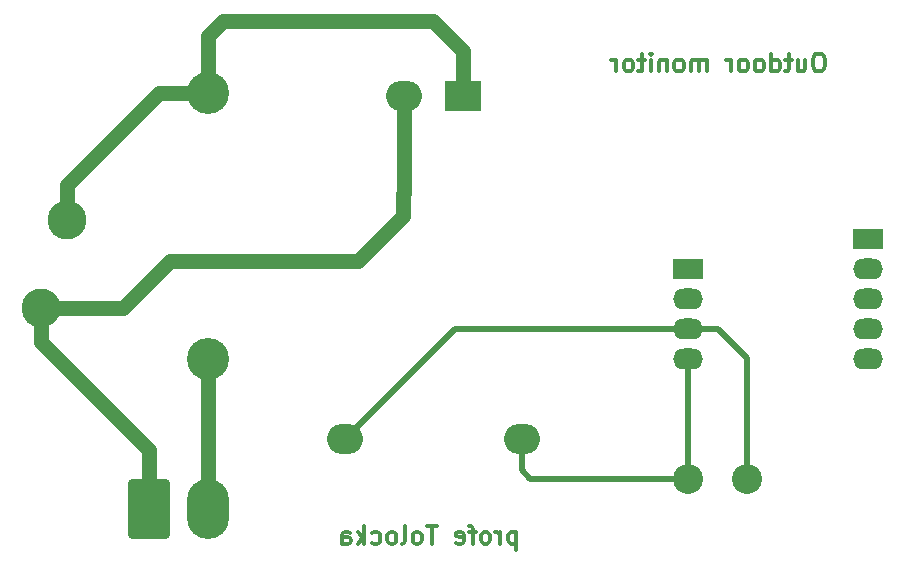
<source format=gbr>
%TF.GenerationSoftware,KiCad,Pcbnew,9.0.1*%
%TF.CreationDate,2025-07-17T11:26:47-03:00*%
%TF.ProjectId,Monitor Atom,4d6f6e69-746f-4722-9041-746f6d2e6b69,rev?*%
%TF.SameCoordinates,Original*%
%TF.FileFunction,Copper,L2,Bot*%
%TF.FilePolarity,Positive*%
%FSLAX46Y46*%
G04 Gerber Fmt 4.6, Leading zero omitted, Abs format (unit mm)*
G04 Created by KiCad (PCBNEW 9.0.1) date 2025-07-17 11:26:47*
%MOMM*%
%LPD*%
G01*
G04 APERTURE LIST*
G04 Aperture macros list*
%AMRoundRect*
0 Rectangle with rounded corners*
0 $1 Rounding radius*
0 $2 $3 $4 $5 $6 $7 $8 $9 X,Y pos of 4 corners*
0 Add a 4 corners polygon primitive as box body*
4,1,4,$2,$3,$4,$5,$6,$7,$8,$9,$2,$3,0*
0 Add four circle primitives for the rounded corners*
1,1,$1+$1,$2,$3*
1,1,$1+$1,$4,$5*
1,1,$1+$1,$6,$7*
1,1,$1+$1,$8,$9*
0 Add four rect primitives between the rounded corners*
20,1,$1+$1,$2,$3,$4,$5,0*
20,1,$1+$1,$4,$5,$6,$7,0*
20,1,$1+$1,$6,$7,$8,$9,0*
20,1,$1+$1,$8,$9,$2,$3,0*%
G04 Aperture macros list end*
%ADD10C,0.300000*%
%TA.AperFunction,NonConductor*%
%ADD11C,0.300000*%
%TD*%
%TA.AperFunction,ComponentPad*%
%ADD12C,3.556000*%
%TD*%
%TA.AperFunction,ComponentPad*%
%ADD13C,3.302000*%
%TD*%
%TA.AperFunction,ComponentPad*%
%ADD14R,2.540000X1.778000*%
%TD*%
%TA.AperFunction,ComponentPad*%
%ADD15O,2.540000X1.778000*%
%TD*%
%TA.AperFunction,ComponentPad*%
%ADD16R,3.048000X2.540000*%
%TD*%
%TA.AperFunction,ComponentPad*%
%ADD17O,3.048000X2.540000*%
%TD*%
%TA.AperFunction,ComponentPad*%
%ADD18RoundRect,0.341924X-1.436076X-2.198076X1.436076X-2.198076X1.436076X2.198076X-1.436076X2.198076X0*%
%TD*%
%TA.AperFunction,ComponentPad*%
%ADD19O,3.556000X5.080000*%
%TD*%
%TA.AperFunction,ComponentPad*%
%ADD20C,2.540000*%
%TD*%
%TA.AperFunction,Conductor*%
%ADD21C,0.508000*%
%TD*%
%TA.AperFunction,Conductor*%
%ADD22C,1.270000*%
%TD*%
G04 APERTURE END LIST*
D10*
D11*
X173784774Y-85930828D02*
X173499060Y-85930828D01*
X173499060Y-85930828D02*
X173356203Y-86002257D01*
X173356203Y-86002257D02*
X173213346Y-86145114D01*
X173213346Y-86145114D02*
X173141917Y-86430828D01*
X173141917Y-86430828D02*
X173141917Y-86930828D01*
X173141917Y-86930828D02*
X173213346Y-87216542D01*
X173213346Y-87216542D02*
X173356203Y-87359400D01*
X173356203Y-87359400D02*
X173499060Y-87430828D01*
X173499060Y-87430828D02*
X173784774Y-87430828D01*
X173784774Y-87430828D02*
X173927632Y-87359400D01*
X173927632Y-87359400D02*
X174070489Y-87216542D01*
X174070489Y-87216542D02*
X174141917Y-86930828D01*
X174141917Y-86930828D02*
X174141917Y-86430828D01*
X174141917Y-86430828D02*
X174070489Y-86145114D01*
X174070489Y-86145114D02*
X173927632Y-86002257D01*
X173927632Y-86002257D02*
X173784774Y-85930828D01*
X171856203Y-86430828D02*
X171856203Y-87430828D01*
X172499060Y-86430828D02*
X172499060Y-87216542D01*
X172499060Y-87216542D02*
X172427631Y-87359400D01*
X172427631Y-87359400D02*
X172284774Y-87430828D01*
X172284774Y-87430828D02*
X172070488Y-87430828D01*
X172070488Y-87430828D02*
X171927631Y-87359400D01*
X171927631Y-87359400D02*
X171856203Y-87287971D01*
X171356202Y-86430828D02*
X170784774Y-86430828D01*
X171141917Y-85930828D02*
X171141917Y-87216542D01*
X171141917Y-87216542D02*
X171070488Y-87359400D01*
X171070488Y-87359400D02*
X170927631Y-87430828D01*
X170927631Y-87430828D02*
X170784774Y-87430828D01*
X169641917Y-87430828D02*
X169641917Y-85930828D01*
X169641917Y-87359400D02*
X169784774Y-87430828D01*
X169784774Y-87430828D02*
X170070488Y-87430828D01*
X170070488Y-87430828D02*
X170213345Y-87359400D01*
X170213345Y-87359400D02*
X170284774Y-87287971D01*
X170284774Y-87287971D02*
X170356202Y-87145114D01*
X170356202Y-87145114D02*
X170356202Y-86716542D01*
X170356202Y-86716542D02*
X170284774Y-86573685D01*
X170284774Y-86573685D02*
X170213345Y-86502257D01*
X170213345Y-86502257D02*
X170070488Y-86430828D01*
X170070488Y-86430828D02*
X169784774Y-86430828D01*
X169784774Y-86430828D02*
X169641917Y-86502257D01*
X168713345Y-87430828D02*
X168856202Y-87359400D01*
X168856202Y-87359400D02*
X168927631Y-87287971D01*
X168927631Y-87287971D02*
X168999059Y-87145114D01*
X168999059Y-87145114D02*
X168999059Y-86716542D01*
X168999059Y-86716542D02*
X168927631Y-86573685D01*
X168927631Y-86573685D02*
X168856202Y-86502257D01*
X168856202Y-86502257D02*
X168713345Y-86430828D01*
X168713345Y-86430828D02*
X168499059Y-86430828D01*
X168499059Y-86430828D02*
X168356202Y-86502257D01*
X168356202Y-86502257D02*
X168284774Y-86573685D01*
X168284774Y-86573685D02*
X168213345Y-86716542D01*
X168213345Y-86716542D02*
X168213345Y-87145114D01*
X168213345Y-87145114D02*
X168284774Y-87287971D01*
X168284774Y-87287971D02*
X168356202Y-87359400D01*
X168356202Y-87359400D02*
X168499059Y-87430828D01*
X168499059Y-87430828D02*
X168713345Y-87430828D01*
X167356202Y-87430828D02*
X167499059Y-87359400D01*
X167499059Y-87359400D02*
X167570488Y-87287971D01*
X167570488Y-87287971D02*
X167641916Y-87145114D01*
X167641916Y-87145114D02*
X167641916Y-86716542D01*
X167641916Y-86716542D02*
X167570488Y-86573685D01*
X167570488Y-86573685D02*
X167499059Y-86502257D01*
X167499059Y-86502257D02*
X167356202Y-86430828D01*
X167356202Y-86430828D02*
X167141916Y-86430828D01*
X167141916Y-86430828D02*
X166999059Y-86502257D01*
X166999059Y-86502257D02*
X166927631Y-86573685D01*
X166927631Y-86573685D02*
X166856202Y-86716542D01*
X166856202Y-86716542D02*
X166856202Y-87145114D01*
X166856202Y-87145114D02*
X166927631Y-87287971D01*
X166927631Y-87287971D02*
X166999059Y-87359400D01*
X166999059Y-87359400D02*
X167141916Y-87430828D01*
X167141916Y-87430828D02*
X167356202Y-87430828D01*
X166213345Y-87430828D02*
X166213345Y-86430828D01*
X166213345Y-86716542D02*
X166141916Y-86573685D01*
X166141916Y-86573685D02*
X166070488Y-86502257D01*
X166070488Y-86502257D02*
X165927630Y-86430828D01*
X165927630Y-86430828D02*
X165784773Y-86430828D01*
X164141917Y-87430828D02*
X164141917Y-86430828D01*
X164141917Y-86573685D02*
X164070488Y-86502257D01*
X164070488Y-86502257D02*
X163927631Y-86430828D01*
X163927631Y-86430828D02*
X163713345Y-86430828D01*
X163713345Y-86430828D02*
X163570488Y-86502257D01*
X163570488Y-86502257D02*
X163499060Y-86645114D01*
X163499060Y-86645114D02*
X163499060Y-87430828D01*
X163499060Y-86645114D02*
X163427631Y-86502257D01*
X163427631Y-86502257D02*
X163284774Y-86430828D01*
X163284774Y-86430828D02*
X163070488Y-86430828D01*
X163070488Y-86430828D02*
X162927631Y-86502257D01*
X162927631Y-86502257D02*
X162856202Y-86645114D01*
X162856202Y-86645114D02*
X162856202Y-87430828D01*
X161927631Y-87430828D02*
X162070488Y-87359400D01*
X162070488Y-87359400D02*
X162141917Y-87287971D01*
X162141917Y-87287971D02*
X162213345Y-87145114D01*
X162213345Y-87145114D02*
X162213345Y-86716542D01*
X162213345Y-86716542D02*
X162141917Y-86573685D01*
X162141917Y-86573685D02*
X162070488Y-86502257D01*
X162070488Y-86502257D02*
X161927631Y-86430828D01*
X161927631Y-86430828D02*
X161713345Y-86430828D01*
X161713345Y-86430828D02*
X161570488Y-86502257D01*
X161570488Y-86502257D02*
X161499060Y-86573685D01*
X161499060Y-86573685D02*
X161427631Y-86716542D01*
X161427631Y-86716542D02*
X161427631Y-87145114D01*
X161427631Y-87145114D02*
X161499060Y-87287971D01*
X161499060Y-87287971D02*
X161570488Y-87359400D01*
X161570488Y-87359400D02*
X161713345Y-87430828D01*
X161713345Y-87430828D02*
X161927631Y-87430828D01*
X160784774Y-86430828D02*
X160784774Y-87430828D01*
X160784774Y-86573685D02*
X160713345Y-86502257D01*
X160713345Y-86502257D02*
X160570488Y-86430828D01*
X160570488Y-86430828D02*
X160356202Y-86430828D01*
X160356202Y-86430828D02*
X160213345Y-86502257D01*
X160213345Y-86502257D02*
X160141917Y-86645114D01*
X160141917Y-86645114D02*
X160141917Y-87430828D01*
X159427631Y-87430828D02*
X159427631Y-86430828D01*
X159427631Y-85930828D02*
X159499059Y-86002257D01*
X159499059Y-86002257D02*
X159427631Y-86073685D01*
X159427631Y-86073685D02*
X159356202Y-86002257D01*
X159356202Y-86002257D02*
X159427631Y-85930828D01*
X159427631Y-85930828D02*
X159427631Y-86073685D01*
X158927630Y-86430828D02*
X158356202Y-86430828D01*
X158713345Y-85930828D02*
X158713345Y-87216542D01*
X158713345Y-87216542D02*
X158641916Y-87359400D01*
X158641916Y-87359400D02*
X158499059Y-87430828D01*
X158499059Y-87430828D02*
X158356202Y-87430828D01*
X157641916Y-87430828D02*
X157784773Y-87359400D01*
X157784773Y-87359400D02*
X157856202Y-87287971D01*
X157856202Y-87287971D02*
X157927630Y-87145114D01*
X157927630Y-87145114D02*
X157927630Y-86716542D01*
X157927630Y-86716542D02*
X157856202Y-86573685D01*
X157856202Y-86573685D02*
X157784773Y-86502257D01*
X157784773Y-86502257D02*
X157641916Y-86430828D01*
X157641916Y-86430828D02*
X157427630Y-86430828D01*
X157427630Y-86430828D02*
X157284773Y-86502257D01*
X157284773Y-86502257D02*
X157213345Y-86573685D01*
X157213345Y-86573685D02*
X157141916Y-86716542D01*
X157141916Y-86716542D02*
X157141916Y-87145114D01*
X157141916Y-87145114D02*
X157213345Y-87287971D01*
X157213345Y-87287971D02*
X157284773Y-87359400D01*
X157284773Y-87359400D02*
X157427630Y-87430828D01*
X157427630Y-87430828D02*
X157641916Y-87430828D01*
X156499059Y-87430828D02*
X156499059Y-86430828D01*
X156499059Y-86716542D02*
X156427630Y-86573685D01*
X156427630Y-86573685D02*
X156356202Y-86502257D01*
X156356202Y-86502257D02*
X156213344Y-86430828D01*
X156213344Y-86430828D02*
X156070487Y-86430828D01*
D10*
D11*
X148035489Y-126435828D02*
X148035489Y-127935828D01*
X148035489Y-126507257D02*
X147892632Y-126435828D01*
X147892632Y-126435828D02*
X147606917Y-126435828D01*
X147606917Y-126435828D02*
X147464060Y-126507257D01*
X147464060Y-126507257D02*
X147392632Y-126578685D01*
X147392632Y-126578685D02*
X147321203Y-126721542D01*
X147321203Y-126721542D02*
X147321203Y-127150114D01*
X147321203Y-127150114D02*
X147392632Y-127292971D01*
X147392632Y-127292971D02*
X147464060Y-127364400D01*
X147464060Y-127364400D02*
X147606917Y-127435828D01*
X147606917Y-127435828D02*
X147892632Y-127435828D01*
X147892632Y-127435828D02*
X148035489Y-127364400D01*
X146678346Y-127435828D02*
X146678346Y-126435828D01*
X146678346Y-126721542D02*
X146606917Y-126578685D01*
X146606917Y-126578685D02*
X146535489Y-126507257D01*
X146535489Y-126507257D02*
X146392631Y-126435828D01*
X146392631Y-126435828D02*
X146249774Y-126435828D01*
X145535489Y-127435828D02*
X145678346Y-127364400D01*
X145678346Y-127364400D02*
X145749775Y-127292971D01*
X145749775Y-127292971D02*
X145821203Y-127150114D01*
X145821203Y-127150114D02*
X145821203Y-126721542D01*
X145821203Y-126721542D02*
X145749775Y-126578685D01*
X145749775Y-126578685D02*
X145678346Y-126507257D01*
X145678346Y-126507257D02*
X145535489Y-126435828D01*
X145535489Y-126435828D02*
X145321203Y-126435828D01*
X145321203Y-126435828D02*
X145178346Y-126507257D01*
X145178346Y-126507257D02*
X145106918Y-126578685D01*
X145106918Y-126578685D02*
X145035489Y-126721542D01*
X145035489Y-126721542D02*
X145035489Y-127150114D01*
X145035489Y-127150114D02*
X145106918Y-127292971D01*
X145106918Y-127292971D02*
X145178346Y-127364400D01*
X145178346Y-127364400D02*
X145321203Y-127435828D01*
X145321203Y-127435828D02*
X145535489Y-127435828D01*
X144606917Y-126435828D02*
X144035489Y-126435828D01*
X144392632Y-127435828D02*
X144392632Y-126150114D01*
X144392632Y-126150114D02*
X144321203Y-126007257D01*
X144321203Y-126007257D02*
X144178346Y-125935828D01*
X144178346Y-125935828D02*
X144035489Y-125935828D01*
X142964060Y-127364400D02*
X143106917Y-127435828D01*
X143106917Y-127435828D02*
X143392632Y-127435828D01*
X143392632Y-127435828D02*
X143535489Y-127364400D01*
X143535489Y-127364400D02*
X143606917Y-127221542D01*
X143606917Y-127221542D02*
X143606917Y-126650114D01*
X143606917Y-126650114D02*
X143535489Y-126507257D01*
X143535489Y-126507257D02*
X143392632Y-126435828D01*
X143392632Y-126435828D02*
X143106917Y-126435828D01*
X143106917Y-126435828D02*
X142964060Y-126507257D01*
X142964060Y-126507257D02*
X142892632Y-126650114D01*
X142892632Y-126650114D02*
X142892632Y-126792971D01*
X142892632Y-126792971D02*
X143606917Y-126935828D01*
X141321203Y-125935828D02*
X140464061Y-125935828D01*
X140892632Y-127435828D02*
X140892632Y-125935828D01*
X139749775Y-127435828D02*
X139892632Y-127364400D01*
X139892632Y-127364400D02*
X139964061Y-127292971D01*
X139964061Y-127292971D02*
X140035489Y-127150114D01*
X140035489Y-127150114D02*
X140035489Y-126721542D01*
X140035489Y-126721542D02*
X139964061Y-126578685D01*
X139964061Y-126578685D02*
X139892632Y-126507257D01*
X139892632Y-126507257D02*
X139749775Y-126435828D01*
X139749775Y-126435828D02*
X139535489Y-126435828D01*
X139535489Y-126435828D02*
X139392632Y-126507257D01*
X139392632Y-126507257D02*
X139321204Y-126578685D01*
X139321204Y-126578685D02*
X139249775Y-126721542D01*
X139249775Y-126721542D02*
X139249775Y-127150114D01*
X139249775Y-127150114D02*
X139321204Y-127292971D01*
X139321204Y-127292971D02*
X139392632Y-127364400D01*
X139392632Y-127364400D02*
X139535489Y-127435828D01*
X139535489Y-127435828D02*
X139749775Y-127435828D01*
X138392632Y-127435828D02*
X138535489Y-127364400D01*
X138535489Y-127364400D02*
X138606918Y-127221542D01*
X138606918Y-127221542D02*
X138606918Y-125935828D01*
X137606918Y-127435828D02*
X137749775Y-127364400D01*
X137749775Y-127364400D02*
X137821204Y-127292971D01*
X137821204Y-127292971D02*
X137892632Y-127150114D01*
X137892632Y-127150114D02*
X137892632Y-126721542D01*
X137892632Y-126721542D02*
X137821204Y-126578685D01*
X137821204Y-126578685D02*
X137749775Y-126507257D01*
X137749775Y-126507257D02*
X137606918Y-126435828D01*
X137606918Y-126435828D02*
X137392632Y-126435828D01*
X137392632Y-126435828D02*
X137249775Y-126507257D01*
X137249775Y-126507257D02*
X137178347Y-126578685D01*
X137178347Y-126578685D02*
X137106918Y-126721542D01*
X137106918Y-126721542D02*
X137106918Y-127150114D01*
X137106918Y-127150114D02*
X137178347Y-127292971D01*
X137178347Y-127292971D02*
X137249775Y-127364400D01*
X137249775Y-127364400D02*
X137392632Y-127435828D01*
X137392632Y-127435828D02*
X137606918Y-127435828D01*
X135821204Y-127364400D02*
X135964061Y-127435828D01*
X135964061Y-127435828D02*
X136249775Y-127435828D01*
X136249775Y-127435828D02*
X136392632Y-127364400D01*
X136392632Y-127364400D02*
X136464061Y-127292971D01*
X136464061Y-127292971D02*
X136535489Y-127150114D01*
X136535489Y-127150114D02*
X136535489Y-126721542D01*
X136535489Y-126721542D02*
X136464061Y-126578685D01*
X136464061Y-126578685D02*
X136392632Y-126507257D01*
X136392632Y-126507257D02*
X136249775Y-126435828D01*
X136249775Y-126435828D02*
X135964061Y-126435828D01*
X135964061Y-126435828D02*
X135821204Y-126507257D01*
X135178347Y-127435828D02*
X135178347Y-125935828D01*
X135035490Y-126864400D02*
X134606918Y-127435828D01*
X134606918Y-126435828D02*
X135178347Y-127007257D01*
X133321204Y-127435828D02*
X133321204Y-126650114D01*
X133321204Y-126650114D02*
X133392632Y-126507257D01*
X133392632Y-126507257D02*
X133535489Y-126435828D01*
X133535489Y-126435828D02*
X133821204Y-126435828D01*
X133821204Y-126435828D02*
X133964061Y-126507257D01*
X133321204Y-127364400D02*
X133464061Y-127435828D01*
X133464061Y-127435828D02*
X133821204Y-127435828D01*
X133821204Y-127435828D02*
X133964061Y-127364400D01*
X133964061Y-127364400D02*
X134035489Y-127221542D01*
X134035489Y-127221542D02*
X134035489Y-127078685D01*
X134035489Y-127078685D02*
X133964061Y-126935828D01*
X133964061Y-126935828D02*
X133821204Y-126864400D01*
X133821204Y-126864400D02*
X133464061Y-126864400D01*
X133464061Y-126864400D02*
X133321204Y-126792971D01*
D12*
%TO.P,F1,2*%
%TO.N,Net-(PS1-AC{slash}L)*%
X121920000Y-89250000D03*
%TO.P,F1,1*%
%TO.N,Net-(J1-Pin_2)*%
X121920000Y-111750000D03*
%TD*%
D13*
%TO.P,RV1,2*%
%TO.N,Net-(J1-Pin_1)*%
X107800000Y-107500000D03*
%TO.P,RV1,1*%
%TO.N,Net-(PS1-AC{slash}L)*%
X110000000Y-100000000D03*
%TD*%
D14*
%TO.P,J3,1,Pin_1*%
%TO.N,unconnected-(J3-Pin_1-Pad1)*%
X177825000Y-101630000D03*
D15*
%TO.P,J3,2,Pin_2*%
%TO.N,unconnected-(J3-Pin_2-Pad2)*%
X177825000Y-104170000D03*
%TO.P,J3,3,Pin_3*%
%TO.N,unconnected-(J3-Pin_3-Pad3)*%
X177825000Y-106710000D03*
%TO.P,J3,4,Pin_4*%
%TO.N,unconnected-(J3-Pin_4-Pad4)*%
X177825000Y-109250000D03*
%TO.P,J3,5,Pin_5*%
%TO.N,unconnected-(J3-Pin_5-Pad5)*%
X177825000Y-111790000D03*
%TD*%
%TO.P,J2,4,Pin_4*%
%TO.N,GNDREF*%
X162560000Y-111760000D03*
%TO.P,J2,3,Pin_3*%
%TO.N,Net-(J2-Pin_3)*%
X162560000Y-109220000D03*
%TO.P,J2,2,Pin_2*%
%TO.N,unconnected-(J2-Pin_2-Pad2)*%
X162560000Y-106680000D03*
D14*
%TO.P,J2,1,Pin_1*%
%TO.N,unconnected-(J2-Pin_1-Pad1)*%
X162560000Y-104140000D03*
%TD*%
D16*
%TO.P,PS1,1,AC/L*%
%TO.N,Net-(PS1-AC{slash}L)*%
X143500000Y-89500000D03*
D17*
%TO.P,PS1,2,AC/N*%
%TO.N,Net-(J1-Pin_1)*%
X138500000Y-89500000D03*
%TO.P,PS1,3,-Vout*%
%TO.N,GNDREF*%
X148500000Y-118580000D03*
%TO.P,PS1,4,+Vout*%
%TO.N,Net-(J2-Pin_3)*%
X133500000Y-118580000D03*
%TD*%
D18*
%TO.P,J1,1,Pin_1*%
%TO.N,Net-(J1-Pin_1)*%
X116920000Y-124460000D03*
D19*
%TO.P,J1,2,Pin_2*%
%TO.N,Net-(J1-Pin_2)*%
X121920000Y-124460000D03*
%TD*%
D20*
%TO.P,C1,1*%
%TO.N,Net-(J2-Pin_3)*%
X167560000Y-121920000D03*
%TO.P,C1,2*%
%TO.N,GNDREF*%
X162560000Y-121920000D03*
%TD*%
D21*
%TO.N,Net-(J2-Pin_3)*%
X142860000Y-109220000D02*
X162560000Y-109220000D01*
X133500000Y-118580000D02*
X142860000Y-109220000D01*
%TO.N,GNDREF*%
X149225000Y-121920000D02*
X162560000Y-121920000D01*
X148500000Y-121195000D02*
X149225000Y-121920000D01*
X148500000Y-118580000D02*
X148500000Y-121195000D01*
X162560000Y-111760000D02*
X162560000Y-121920000D01*
D22*
%TO.N,Net-(J1-Pin_1)*%
X138500000Y-97720000D02*
X138500000Y-89500000D01*
X138430000Y-97790000D02*
X138500000Y-97720000D01*
X138430000Y-99695000D02*
X138430000Y-97790000D01*
X134620000Y-103505000D02*
X138430000Y-99695000D01*
X118745000Y-103505000D02*
X134620000Y-103505000D01*
X114750000Y-107500000D02*
X118745000Y-103505000D01*
X107800000Y-107500000D02*
X114750000Y-107500000D01*
%TO.N,Net-(PS1-AC{slash}L)*%
X121920000Y-84455000D02*
X121920000Y-89250000D01*
X123190000Y-83185000D02*
X121920000Y-84455000D01*
X140970000Y-83185000D02*
X123190000Y-83185000D01*
X143510000Y-85725000D02*
X140970000Y-83185000D01*
X143500000Y-85735000D02*
X143510000Y-85725000D01*
X143500000Y-89500000D02*
X143500000Y-85735000D01*
X117760000Y-89250000D02*
X121920000Y-89250000D01*
X110000000Y-97010000D02*
X117760000Y-89250000D01*
X110000000Y-100000000D02*
X110000000Y-97010000D01*
%TO.N,Net-(J1-Pin_1)*%
X107800000Y-110340000D02*
X107800000Y-107500000D01*
X116920000Y-119460000D02*
X107800000Y-110340000D01*
X116920000Y-124460000D02*
X116920000Y-119460000D01*
%TO.N,Net-(J1-Pin_2)*%
X121920000Y-124460000D02*
X121920000Y-111750000D01*
D21*
%TO.N,Net-(J2-Pin_3)*%
X165100000Y-109220000D02*
X167560000Y-111680000D01*
X167560000Y-111680000D02*
X167560000Y-121920000D01*
X162560000Y-109220000D02*
X165100000Y-109220000D01*
%TD*%
M02*

</source>
